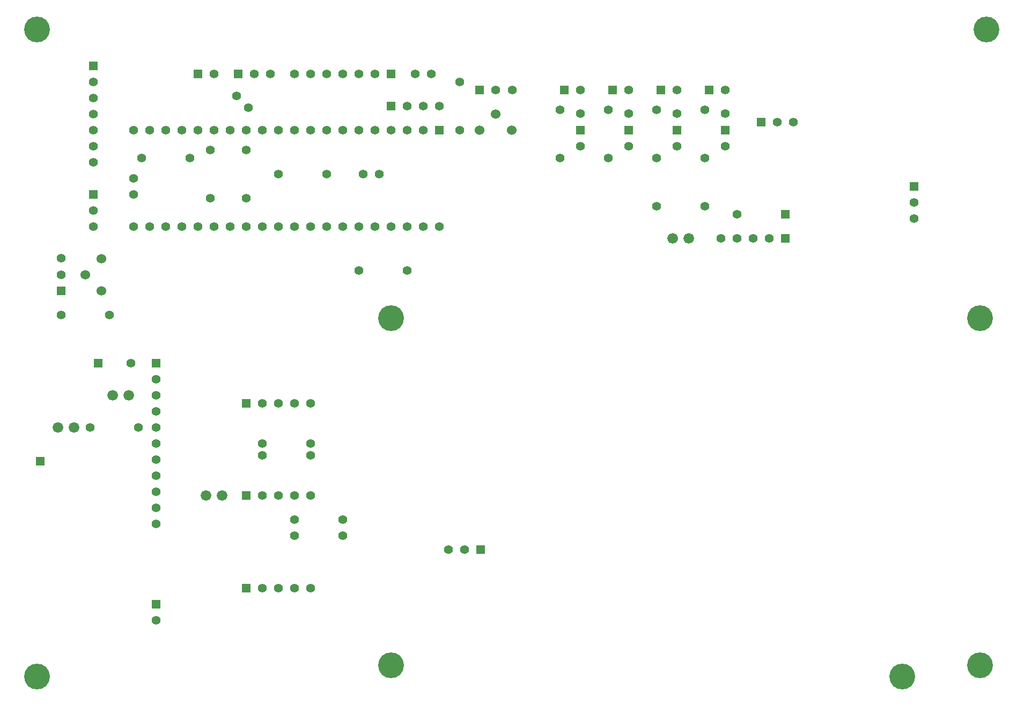
<source format=gbs>
G04 (created by PCBNEW (2013-07-07 BZR 4022)-stable) date 6/15/2016 8:06:16 PM*
%MOIN*%
G04 Gerber Fmt 3.4, Leading zero omitted, Abs format*
%FSLAX34Y34*%
G01*
G70*
G90*
G04 APERTURE LIST*
%ADD10C,0.00590551*%
%ADD11R,0.055X0.055*%
%ADD12C,0.055*%
%ADD13C,0.06*%
%ADD14C,0.066*%
%ADD15C,0.16*%
G04 APERTURE END LIST*
G54D10*
G54D11*
X66750Y-28500D03*
G54D12*
X66750Y-27496D03*
X66750Y-29503D03*
G54D11*
X46000Y-25000D03*
G54D12*
X45000Y-25000D03*
X44000Y-25000D03*
X43000Y-25000D03*
X42000Y-25000D03*
X41000Y-25000D03*
X40000Y-25000D03*
G54D11*
X27500Y-24500D03*
G54D12*
X27500Y-25500D03*
X27500Y-26500D03*
X27500Y-27500D03*
X27500Y-28500D03*
X27500Y-29500D03*
X27500Y-30500D03*
G54D11*
X37000Y-51250D03*
G54D12*
X38000Y-51250D03*
X39000Y-51250D03*
X40000Y-51250D03*
X41000Y-51250D03*
G54D11*
X37000Y-45500D03*
G54D12*
X38000Y-45500D03*
X39000Y-45500D03*
X40000Y-45500D03*
X41000Y-45500D03*
G54D11*
X37000Y-57000D03*
G54D12*
X38000Y-57000D03*
X39000Y-57000D03*
X40000Y-57000D03*
X41000Y-57000D03*
G54D11*
X70500Y-35250D03*
G54D12*
X69500Y-35250D03*
X68500Y-35250D03*
X67500Y-35250D03*
X66500Y-35250D03*
G54D11*
X46000Y-27000D03*
G54D12*
X47000Y-27000D03*
X48000Y-27000D03*
X49000Y-27000D03*
G54D11*
X51550Y-54600D03*
G54D12*
X50550Y-54600D03*
X49550Y-54600D03*
G54D11*
X78500Y-32000D03*
G54D12*
X78500Y-33000D03*
X78500Y-34000D03*
G54D11*
X27500Y-32500D03*
G54D12*
X27500Y-33500D03*
X27500Y-34500D03*
G54D11*
X69000Y-28000D03*
G54D12*
X70000Y-28000D03*
X71000Y-28000D03*
G54D11*
X36500Y-25000D03*
G54D12*
X37500Y-25000D03*
X38500Y-25000D03*
G54D11*
X62750Y-26000D03*
G54D12*
X63750Y-26000D03*
G54D11*
X65750Y-26000D03*
G54D12*
X66750Y-26000D03*
G54D11*
X59750Y-26000D03*
G54D12*
X60750Y-26000D03*
G54D11*
X56750Y-26000D03*
G54D12*
X57750Y-26000D03*
G54D11*
X34000Y-25000D03*
G54D12*
X35000Y-25000D03*
G54D11*
X31400Y-58000D03*
G54D12*
X31400Y-59000D03*
G54D13*
X28000Y-38500D03*
X27000Y-37500D03*
X28000Y-36500D03*
X51500Y-28500D03*
X52500Y-27500D03*
X53500Y-28500D03*
G54D12*
X62500Y-27250D03*
X62500Y-30250D03*
X59500Y-27250D03*
X59500Y-30250D03*
X65500Y-27250D03*
X65500Y-30250D03*
X56500Y-27250D03*
X56500Y-30250D03*
X34750Y-32750D03*
X34750Y-29750D03*
X40000Y-52750D03*
X43000Y-52750D03*
X38000Y-48000D03*
X41000Y-48000D03*
X38000Y-48750D03*
X41000Y-48750D03*
X37000Y-29750D03*
X37000Y-32750D03*
X65500Y-33250D03*
X62500Y-33250D03*
X40000Y-53750D03*
X43000Y-53750D03*
X47000Y-37250D03*
X44000Y-37250D03*
X50250Y-28500D03*
X50250Y-25500D03*
X33500Y-30250D03*
X30500Y-30250D03*
X25500Y-40000D03*
X28500Y-40000D03*
X42000Y-31250D03*
X39000Y-31250D03*
G54D14*
X34500Y-51250D03*
X35500Y-51250D03*
X63500Y-35250D03*
X64500Y-35250D03*
G54D11*
X49000Y-28500D03*
G54D12*
X48000Y-28500D03*
X47000Y-28500D03*
X46000Y-28500D03*
X45000Y-28500D03*
X44000Y-28500D03*
X43000Y-28500D03*
X42000Y-28500D03*
X41000Y-28500D03*
X40000Y-28500D03*
X39000Y-28500D03*
X38000Y-28500D03*
X37000Y-28500D03*
X36000Y-28500D03*
X35000Y-28500D03*
X34000Y-28500D03*
X33000Y-28500D03*
X32000Y-28500D03*
X31000Y-28500D03*
X30000Y-28500D03*
X30000Y-34500D03*
X31000Y-34500D03*
X32000Y-34500D03*
X33000Y-34500D03*
X34000Y-34500D03*
X35000Y-34500D03*
X36000Y-34500D03*
X37000Y-34500D03*
X38000Y-34500D03*
X39000Y-34500D03*
X40000Y-34500D03*
X41000Y-34500D03*
X42000Y-34500D03*
X43000Y-34500D03*
X44000Y-34500D03*
X45000Y-34500D03*
X46000Y-34500D03*
X47000Y-34500D03*
X48000Y-34500D03*
X49000Y-34500D03*
G54D11*
X70500Y-33750D03*
G54D12*
X67500Y-33750D03*
X36396Y-26396D03*
X37103Y-27103D03*
X30000Y-31500D03*
X30000Y-32500D03*
X45250Y-31250D03*
X44250Y-31250D03*
X47500Y-25000D03*
X48500Y-25000D03*
G54D15*
X82600Y-61800D03*
X46000Y-61800D03*
X46000Y-40200D03*
X82600Y-40200D03*
X24000Y-22250D03*
X83000Y-22250D03*
X24000Y-62500D03*
X77750Y-62500D03*
G54D11*
X51500Y-26000D03*
G54D12*
X53503Y-26000D03*
X52500Y-26000D03*
G54D11*
X25500Y-38500D03*
G54D12*
X25500Y-36496D03*
X25500Y-37500D03*
X30300Y-47000D03*
X27300Y-47000D03*
G54D11*
X27800Y-43000D03*
G54D12*
X29803Y-43000D03*
G54D14*
X26300Y-47000D03*
X25300Y-47000D03*
X28700Y-45000D03*
X29700Y-45000D03*
G54D11*
X31400Y-43000D03*
G54D12*
X31400Y-44000D03*
X31400Y-45000D03*
X31400Y-46000D03*
X31400Y-47000D03*
X31400Y-48000D03*
X31400Y-49000D03*
X31400Y-50000D03*
X31400Y-51000D03*
X31400Y-52000D03*
X31400Y-53000D03*
G54D11*
X24200Y-49100D03*
X57750Y-28500D03*
G54D12*
X57750Y-27496D03*
X57750Y-29503D03*
G54D11*
X60750Y-28500D03*
G54D12*
X60750Y-27496D03*
X60750Y-29503D03*
G54D11*
X63750Y-28500D03*
G54D12*
X63750Y-27496D03*
X63750Y-29503D03*
M02*

</source>
